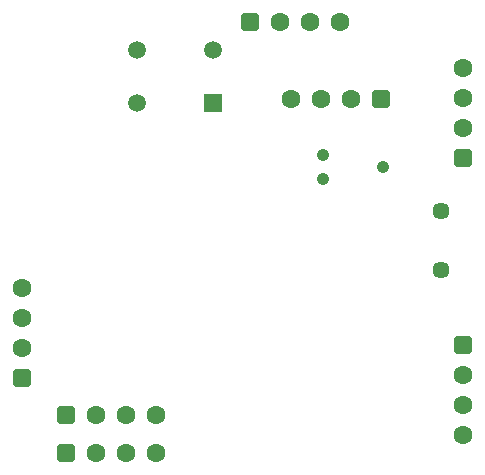
<source format=gbr>
%TF.GenerationSoftware,Altium Limited,Altium Designer,24.1.2 (44)*%
G04 Layer_Color=255*
%FSLAX45Y45*%
%MOMM*%
%TF.SameCoordinates,9F746DA8-F38A-4014-887F-1EC8760E2830*%
%TF.FilePolarity,Positive*%
%TF.FileFunction,Pads,Bot*%
%TF.Part,Single*%
G01*
G75*
%TA.AperFunction,ComponentPad*%
%ADD35R,1.49800X1.49800*%
%ADD36C,1.49800*%
%ADD37C,1.06700*%
%ADD38C,1.60000*%
G04:AMPARAMS|DCode=39|XSize=1.6mm|YSize=1.6mm|CornerRadius=0.4mm|HoleSize=0mm|Usage=FLASHONLY|Rotation=0.000|XOffset=0mm|YOffset=0mm|HoleType=Round|Shape=RoundedRectangle|*
%AMROUNDEDRECTD39*
21,1,1.60000,0.80000,0,0,0.0*
21,1,0.80000,1.60000,0,0,0.0*
1,1,0.80000,0.40000,-0.40000*
1,1,0.80000,-0.40000,-0.40000*
1,1,0.80000,-0.40000,0.40000*
1,1,0.80000,0.40000,0.40000*
%
%ADD39ROUNDEDRECTD39*%
G04:AMPARAMS|DCode=40|XSize=1.6mm|YSize=1.6mm|CornerRadius=0.4mm|HoleSize=0mm|Usage=FLASHONLY|Rotation=90.000|XOffset=0mm|YOffset=0mm|HoleType=Round|Shape=RoundedRectangle|*
%AMROUNDEDRECTD40*
21,1,1.60000,0.80000,0,0,90.0*
21,1,0.80000,1.60000,0,0,90.0*
1,1,0.80000,0.40000,0.40000*
1,1,0.80000,0.40000,-0.40000*
1,1,0.80000,-0.40000,-0.40000*
1,1,0.80000,-0.40000,0.40000*
%
%ADD40ROUNDEDRECTD40*%
%ADD41C,1.45000*%
D35*
X8685000Y10565000D02*
D03*
D36*
X8035000D02*
D03*
X8685000Y11015000D02*
D03*
X8035000D02*
D03*
D37*
X9613500Y10124100D02*
D03*
Y9920900D02*
D03*
X10121500Y10022500D02*
D03*
D38*
X9246000Y11250000D02*
D03*
X9500000D02*
D03*
X9754000D02*
D03*
X9846000Y10600000D02*
D03*
X9592000D02*
D03*
X9338000D02*
D03*
X10800000Y10354000D02*
D03*
Y10608000D02*
D03*
Y10862000D02*
D03*
X10797500Y8265000D02*
D03*
Y8011000D02*
D03*
Y7757000D02*
D03*
X7065000Y8490500D02*
D03*
Y8744500D02*
D03*
Y8998500D02*
D03*
X7692000Y7925000D02*
D03*
X7946000D02*
D03*
X8200000D02*
D03*
X7692000Y7600000D02*
D03*
X7946000D02*
D03*
X8200000D02*
D03*
D39*
X8992000Y11250000D02*
D03*
X10100000Y10600000D02*
D03*
X7438000Y7925000D02*
D03*
Y7600000D02*
D03*
D40*
X10800000Y10100000D02*
D03*
X10797500Y8519000D02*
D03*
X7065000Y8236500D02*
D03*
D41*
X10610000Y9150000D02*
D03*
Y9650000D02*
D03*
%TF.MD5,0eedadd1514406843f521f23ebc62c2f*%
M02*

</source>
